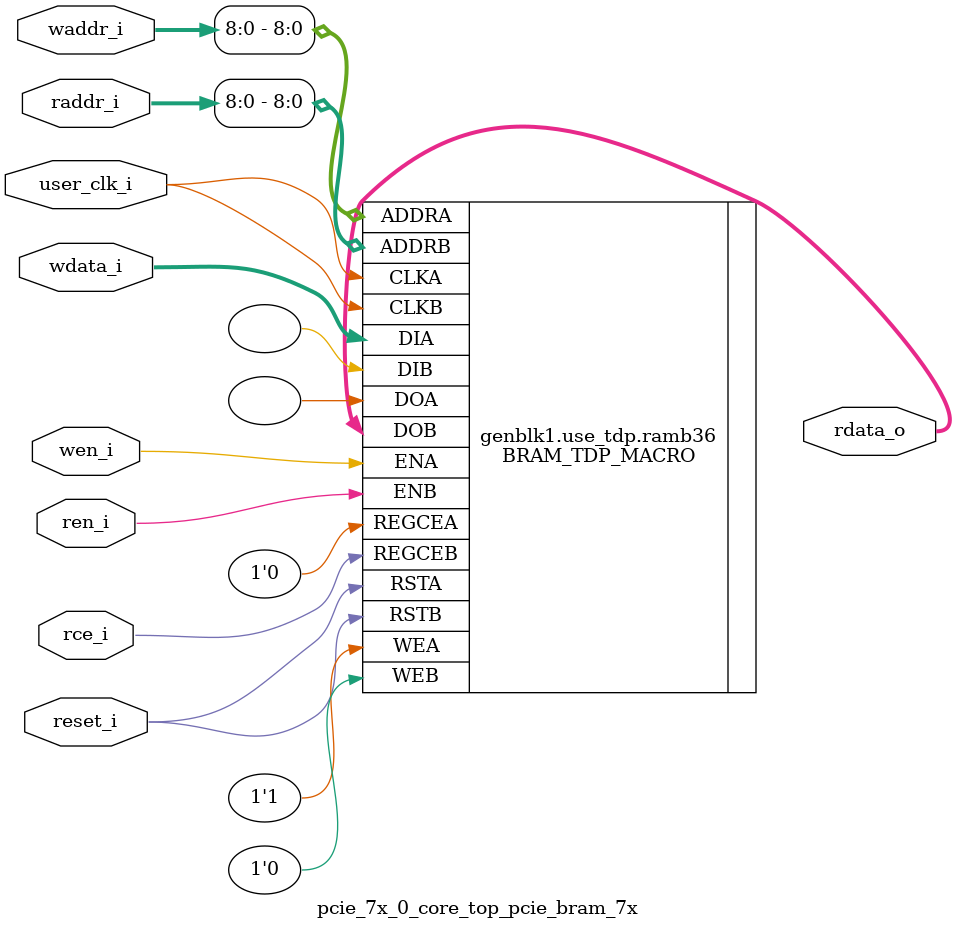
<source format=v>

`timescale 1ps/1ps

(* DowngradeIPIdentifiedWarnings = "yes" *)
module pcie_7x_0_core_top_pcie_bram_7x
  #(
    parameter [3:0]  LINK_CAP_MAX_LINK_SPEED = 4'h1,        // PCIe Link Speed : 1 - 2.5 GT/s; 2 - 5.0 GT/s
    parameter [5:0]  LINK_CAP_MAX_LINK_WIDTH = 6'h08,       // PCIe Link Width : 1 / 2 / 4 / 8
    parameter IMPL_TARGET = "HARD",                         // the implementation target : HARD, SOFT
    parameter DOB_REG = 0,                                  // 1 - use the output register;
                                                            // 0 - don't use the output register
    parameter WIDTH = 0                                     // supported WIDTH's : 4, 9, 18, 36 - uses RAMB36
                                                            //                     72 - uses RAMB36SDP
    )
    (
     input               user_clk_i,// user clock
     input               reset_i,   // bram reset

     input               wen_i,     // write enable
     input [12:0]        waddr_i,   // write address
     input [WIDTH - 1:0] wdata_i,   // write data

     input               ren_i,     // read enable
     input               rce_i,     // output register clock enable
     input [12:0]        raddr_i,   // read address

     output [WIDTH - 1:0] rdata_o   // read data
     );

   // map the address bits
   localparam ADDR_MSB = ((WIDTH == 4)  ? 12 :
                          (WIDTH == 9)  ? 11 :
                          (WIDTH == 18) ? 10 :
                          (WIDTH == 36) ?  9 :
                                           8
                          );

   // set the width of the tied off low address bits
   localparam ADDR_LO_BITS = ((WIDTH == 4)  ? 2 :
                              (WIDTH == 9)  ? 3 :
                              (WIDTH == 18) ? 4 :
                              (WIDTH == 36) ? 5 :
                                              0 // for WIDTH 72 use RAMB36SDP
                              );

   // map the data bits
   localparam D_MSB =  ((WIDTH == 4)  ?  3 :
                        (WIDTH == 9)  ?  7 :
                        (WIDTH == 18) ? 15 :
                        (WIDTH == 36) ? 31 :
                                        63
                        );

   // map the data parity bits
   localparam DP_LSB =  D_MSB + 1;

   localparam DP_MSB =  ((WIDTH == 4)  ? 4 :
                         (WIDTH == 9)  ? 8 :
                         (WIDTH == 18) ? 17 :
                         (WIDTH == 36) ? 35 :
                                         71
                        );

   localparam DPW = DP_MSB - DP_LSB + 1;
   localparam WRITE_MODE = ((WIDTH == 72) && (!((LINK_CAP_MAX_LINK_SPEED == 4'h2) && (LINK_CAP_MAX_LINK_WIDTH == 6'h08)))) ? "WRITE_FIRST" :
                           ((LINK_CAP_MAX_LINK_SPEED == 4'h2) && (LINK_CAP_MAX_LINK_WIDTH == 6'h08)) ? "WRITE_FIRST" : "NO_CHANGE";

   localparam DEVICE = (IMPL_TARGET == "HARD") ? "7SERIES" : "VIRTEX6";
   localparam BRAM_SIZE = "36Kb";

   localparam WE_WIDTH =(DEVICE == "VIRTEX5" || DEVICE == "VIRTEX6" || DEVICE == "7SERIES") ?
                            ((WIDTH <= 9) ? 1 :
                             (WIDTH > 9 && WIDTH <= 18) ? 2 :
                             (WIDTH > 18 && WIDTH <= 36) ? 4 :
                             (WIDTH > 36 && WIDTH <= 72) ? 8 :
                             (BRAM_SIZE == "18Kb") ? 4 : 8 ) : 8;

   //synthesis translate_off
   initial begin
      //$display("[%t] %m DOB_REG %0d WIDTH %0d ADDR_MSB %0d ADDR_LO_BITS %0d DP_MSB %0d DP_LSB %0d D_MSB %0d",
      //          $time, DOB_REG,   WIDTH,    ADDR_MSB,    ADDR_LO_BITS,    DP_MSB,    DP_LSB,    D_MSB);

      case (WIDTH)
        4,9,18,36,72:;
        default:
          begin
             $display("[%t] %m Error WIDTH %0d not supported", $time, WIDTH);
             $finish;
          end
      endcase // case (WIDTH)
   end
   //synthesis translate_on

   generate
   if ((LINK_CAP_MAX_LINK_WIDTH == 6'h08 && LINK_CAP_MAX_LINK_SPEED == 4'h2) || (WIDTH == 72)) begin : use_sdp
        BRAM_SDP_MACRO #(
               .DEVICE        (DEVICE),
               .BRAM_SIZE     (BRAM_SIZE),
               .DO_REG        (DOB_REG),
               .READ_WIDTH    (WIDTH),
               .WRITE_WIDTH   (WIDTH),
               .WRITE_MODE    (WRITE_MODE)
               )
        ramb36sdp(
               .DO             (rdata_o[WIDTH-1:0]),
               .DI             (wdata_i[WIDTH-1:0]),
               .RDADDR         (raddr_i[ADDR_MSB:0]),
               .RDCLK          (user_clk_i),
               .RDEN           (ren_i),
               .REGCE          (rce_i),
               .RST            (reset_i),
               .WE             ({WE_WIDTH{1'b1}}),
               .WRADDR         (waddr_i[ADDR_MSB:0]),
               .WRCLK          (user_clk_i),
               .WREN           (wen_i)
               );

    end  // block: use_sdp
    else if (WIDTH <= 36) begin : use_tdp
    // use RAMB36's if the width is 4, 9, 18, or 36
        BRAM_TDP_MACRO #(
               .DEVICE        (DEVICE),
               .BRAM_SIZE     (BRAM_SIZE),
               .DOA_REG       (0),
               .DOB_REG       (DOB_REG),
               .READ_WIDTH_A  (WIDTH),
               .READ_WIDTH_B  (WIDTH),
               .WRITE_WIDTH_A (WIDTH),
               .WRITE_WIDTH_B (WIDTH),
               .WRITE_MODE_A  (WRITE_MODE)
               )
        ramb36(
               .DOA            (),
               .DOB            (rdata_o[WIDTH-1:0]),
               .ADDRA          (waddr_i[ADDR_MSB:0]),
               .ADDRB          (raddr_i[ADDR_MSB:0]),
               .CLKA           (user_clk_i),
               .CLKB           (user_clk_i),
               .DIA            (wdata_i[WIDTH-1:0]),
               .DIB            ({WIDTH{1'b0}}),
               .ENA            (wen_i),
               .ENB            (ren_i),
               .REGCEA         (1'b0),
               .REGCEB         (rce_i),
               .RSTA           (reset_i),
               .RSTB           (reset_i),
               .WEA            ({WE_WIDTH{1'b1}}),
               .WEB            ({WE_WIDTH{1'b0}})
               );
   end // block: use_tdp
   endgenerate

endmodule // pcie_bram_7x


</source>
